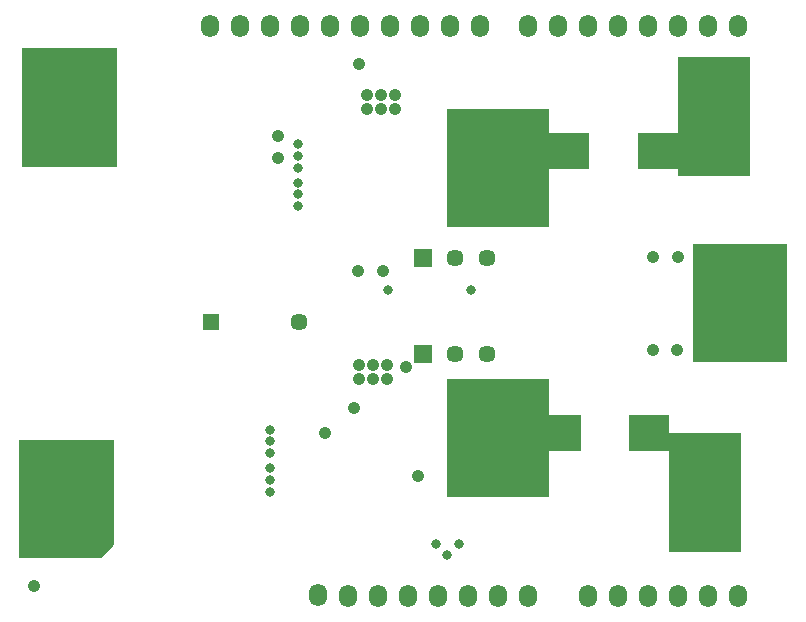
<source format=gbs>
%FSLAX33Y33*%
%MOMM*%
%AMRect-W1450000-H1450000-RO0.500*
21,1,1.45,1.45,0.,0.,270*%
%AMRect-W10000000-H8600001-RO1.500*
21,1,10.,8.600001,0.,0.,90*%
%AMRR-H1905000-W1524000-R762000-RO0.000*
21,1,1.524,0.381,0.,0.,360*
1,1,1.524,0.,0.1905*
1,1,1.524,0.,0.1905*
1,1,1.524,0.,-0.1905*
1,1,1.524,-0.,-0.1905*%
%ADD10C,0.0508*%
%ADD11C,0.8*%
%ADD12C,1.07*%
%ADD13C,0.*%
%ADD14C,1.45*%
%ADD15Rect-W1450000-H1450000-RO0.500*%
%ADD16R,1.45X1.45*%
%ADD17C,1.45*%
%ADD18C,0.7*%
%ADD19Rect-W10000000-H8600001-RO1.500*%
%ADD20RR-H1905000-W1524000-R762000-RO0.000*%
%ADD21R,3.5X3.1*%
D10*
%LNpour fill*%
G01*
X10765Y48931D02*
X10765Y48931D01*
X2816Y48931*
X2816Y38982*
X10765Y38982*
X10765Y48931*
X2816Y39006D02*
X10765Y39006D01*
X2816Y39056D02*
X10765Y39056D01*
X2816Y39105D02*
X10765Y39105D01*
X2816Y39155D02*
X10765Y39155D01*
X2816Y39204D02*
X10765Y39204D01*
X2816Y39254D02*
X10765Y39254D01*
X2816Y39303D02*
X10765Y39303D01*
X2816Y39353D02*
X10765Y39353D01*
X2816Y39402D02*
X10765Y39402D01*
X2816Y39452D02*
X10765Y39452D01*
X2816Y39501D02*
X10765Y39501D01*
X2816Y39551D02*
X10765Y39551D01*
X2816Y39601D02*
X10765Y39601D01*
X2816Y39650D02*
X10765Y39650D01*
X2816Y39700D02*
X10765Y39700D01*
X2816Y39749D02*
X10765Y39749D01*
X2816Y39799D02*
X10765Y39799D01*
X2816Y39848D02*
X10765Y39848D01*
X2816Y39898D02*
X10765Y39898D01*
X2816Y39947D02*
X10765Y39947D01*
X2816Y39997D02*
X10765Y39997D01*
X2816Y40046D02*
X10765Y40046D01*
X2816Y40096D02*
X10765Y40096D01*
X2816Y40145D02*
X10765Y40145D01*
X2816Y40195D02*
X10765Y40195D01*
X2816Y40244D02*
X10765Y40244D01*
X2816Y40294D02*
X10765Y40294D01*
X2816Y40343D02*
X10765Y40343D01*
X2816Y40393D02*
X10765Y40393D01*
X2816Y40443D02*
X10765Y40443D01*
X2816Y40492D02*
X10765Y40492D01*
X2816Y40542D02*
X10765Y40542D01*
X2816Y40591D02*
X10765Y40591D01*
X2816Y40641D02*
X10765Y40641D01*
X2816Y40690D02*
X10765Y40690D01*
X2816Y40740D02*
X10765Y40740D01*
X2816Y40789D02*
X10765Y40789D01*
X2816Y40839D02*
X10765Y40839D01*
X2816Y40888D02*
X10765Y40888D01*
X2816Y40938D02*
X10765Y40938D01*
X2816Y40987D02*
X10765Y40987D01*
X2816Y41037D02*
X10765Y41037D01*
X2816Y41086D02*
X10765Y41086D01*
X2816Y41136D02*
X10765Y41136D01*
X2816Y41185D02*
X10765Y41185D01*
X2816Y41235D02*
X10765Y41235D01*
X2816Y41285D02*
X10765Y41285D01*
X2816Y41334D02*
X10765Y41334D01*
X2816Y41384D02*
X10765Y41384D01*
X2816Y41433D02*
X10765Y41433D01*
X2816Y41483D02*
X10765Y41483D01*
X2816Y41532D02*
X10765Y41532D01*
X2816Y41582D02*
X10765Y41582D01*
X2816Y41631D02*
X10765Y41631D01*
X2816Y41681D02*
X10765Y41681D01*
X2816Y41730D02*
X10765Y41730D01*
X2816Y41780D02*
X10765Y41780D01*
X2816Y41829D02*
X10765Y41829D01*
X2816Y41879D02*
X10765Y41879D01*
X2816Y41928D02*
X10765Y41928D01*
X2816Y41978D02*
X10765Y41978D01*
X2816Y42027D02*
X10765Y42027D01*
X2816Y42077D02*
X10765Y42077D01*
X2816Y42127D02*
X10765Y42127D01*
X2816Y42176D02*
X10765Y42176D01*
X2816Y42226D02*
X10765Y42226D01*
X2816Y42275D02*
X10765Y42275D01*
X2816Y42325D02*
X10765Y42325D01*
X2816Y42374D02*
X10765Y42374D01*
X2816Y42424D02*
X10765Y42424D01*
X2816Y42473D02*
X10765Y42473D01*
X2816Y42523D02*
X10765Y42523D01*
X2816Y42572D02*
X10765Y42572D01*
X2816Y42622D02*
X10765Y42622D01*
X2816Y42671D02*
X10765Y42671D01*
X2816Y42721D02*
X10765Y42721D01*
X2816Y42770D02*
X10765Y42770D01*
X2816Y42820D02*
X10765Y42820D01*
X2816Y42870D02*
X10765Y42870D01*
X2816Y42919D02*
X10765Y42919D01*
X2816Y42969D02*
X10765Y42969D01*
X2816Y43018D02*
X10765Y43018D01*
X2816Y43068D02*
X10765Y43068D01*
X2816Y43117D02*
X10765Y43117D01*
X2816Y43167D02*
X10765Y43167D01*
X2816Y43216D02*
X10765Y43216D01*
X2816Y43266D02*
X10765Y43266D01*
X2816Y43315D02*
X10765Y43315D01*
X2816Y43365D02*
X10765Y43365D01*
X2816Y43414D02*
X10765Y43414D01*
X2816Y43464D02*
X10765Y43464D01*
X2816Y43513D02*
X10765Y43513D01*
X2816Y43563D02*
X10765Y43563D01*
X2816Y43612D02*
X10765Y43612D01*
X2816Y43662D02*
X10765Y43662D01*
X2816Y43712D02*
X10765Y43712D01*
X2816Y43761D02*
X10765Y43761D01*
X2816Y43811D02*
X10765Y43811D01*
X2816Y43860D02*
X10765Y43860D01*
X2816Y43910D02*
X10765Y43910D01*
X2816Y43959D02*
X10765Y43959D01*
X2816Y44009D02*
X10765Y44009D01*
X2816Y44058D02*
X10765Y44058D01*
X2816Y44108D02*
X10765Y44108D01*
X2816Y44157D02*
X10765Y44157D01*
X2816Y44207D02*
X10765Y44207D01*
X2816Y44256D02*
X10765Y44256D01*
X2816Y44306D02*
X10765Y44306D01*
X2816Y44355D02*
X10765Y44355D01*
X2816Y44405D02*
X10765Y44405D01*
X2816Y44454D02*
X10765Y44454D01*
X2816Y44504D02*
X10765Y44504D01*
X2816Y44554D02*
X10765Y44554D01*
X2816Y44603D02*
X10765Y44603D01*
X2816Y44653D02*
X10765Y44653D01*
X2816Y44702D02*
X10765Y44702D01*
X2816Y44752D02*
X10765Y44752D01*
X2816Y44801D02*
X10765Y44801D01*
X2816Y44851D02*
X10765Y44851D01*
X2816Y44900D02*
X10765Y44900D01*
X2816Y44950D02*
X10765Y44950D01*
X2816Y44999D02*
X10765Y44999D01*
X2816Y45049D02*
X10765Y45049D01*
X2816Y45098D02*
X10765Y45098D01*
X2816Y45148D02*
X10765Y45148D01*
X2816Y45197D02*
X10765Y45197D01*
X2816Y45247D02*
X10765Y45247D01*
X2816Y45296D02*
X10765Y45296D01*
X2816Y45346D02*
X10765Y45346D01*
X2816Y45396D02*
X10765Y45396D01*
X2816Y45445D02*
X10765Y45445D01*
X2816Y45495D02*
X10765Y45495D01*
X2816Y45544D02*
X10765Y45544D01*
X2816Y45594D02*
X10765Y45594D01*
X2816Y45643D02*
X10765Y45643D01*
X2816Y45693D02*
X10765Y45693D01*
X2816Y45742D02*
X10765Y45742D01*
X2816Y45792D02*
X10765Y45792D01*
X2816Y45841D02*
X10765Y45841D01*
X2816Y45891D02*
X10765Y45891D01*
X2816Y45940D02*
X10765Y45940D01*
X2816Y45990D02*
X10765Y45990D01*
X2816Y46039D02*
X10765Y46039D01*
X2816Y46089D02*
X10765Y46089D01*
X2816Y46138D02*
X10765Y46138D01*
X2816Y46188D02*
X10765Y46188D01*
X2816Y46238D02*
X10765Y46238D01*
X2816Y46287D02*
X10765Y46287D01*
X2816Y46337D02*
X10765Y46337D01*
X2816Y46386D02*
X10765Y46386D01*
X2816Y46436D02*
X10765Y46436D01*
X2816Y46485D02*
X10765Y46485D01*
X2816Y46535D02*
X10765Y46535D01*
X2816Y46584D02*
X10765Y46584D01*
X2816Y46634D02*
X10765Y46634D01*
X2816Y46683D02*
X10765Y46683D01*
X2816Y46733D02*
X10765Y46733D01*
X2816Y46782D02*
X10765Y46782D01*
X2816Y46832D02*
X10765Y46832D01*
X2816Y46881D02*
X10765Y46881D01*
X2816Y46931D02*
X10765Y46931D01*
X2816Y46980D02*
X10765Y46980D01*
X2816Y47030D02*
X10765Y47030D01*
X2816Y47080D02*
X10765Y47080D01*
X2816Y47129D02*
X10765Y47129D01*
X2816Y47179D02*
X10765Y47179D01*
X2816Y47228D02*
X10765Y47228D01*
X2816Y47278D02*
X10765Y47278D01*
X2816Y47327D02*
X10765Y47327D01*
X2816Y47377D02*
X10765Y47377D01*
X2816Y47426D02*
X10765Y47426D01*
X2816Y47476D02*
X10765Y47476D01*
X2816Y47525D02*
X10765Y47525D01*
X2816Y47575D02*
X10765Y47575D01*
X2816Y47624D02*
X10765Y47624D01*
X2816Y47674D02*
X10765Y47674D01*
X2816Y47723D02*
X10765Y47723D01*
X2816Y47773D02*
X10765Y47773D01*
X2816Y47823D02*
X10765Y47823D01*
X2816Y47872D02*
X10765Y47872D01*
X2816Y47922D02*
X10765Y47922D01*
X2816Y47971D02*
X10765Y47971D01*
X2816Y48021D02*
X10765Y48021D01*
X2816Y48070D02*
X10765Y48070D01*
X2816Y48120D02*
X10765Y48120D01*
X2816Y48169D02*
X10765Y48169D01*
X2816Y48219D02*
X10765Y48219D01*
X2816Y48268D02*
X10765Y48268D01*
X2816Y48318D02*
X10765Y48318D01*
X2816Y48367D02*
X10765Y48367D01*
X2816Y48417D02*
X10765Y48417D01*
X2816Y48466D02*
X10765Y48466D01*
X2816Y48516D02*
X10765Y48516D01*
X2816Y48565D02*
X10765Y48565D01*
X2816Y48615D02*
X10765Y48615D01*
X2816Y48665D02*
X10765Y48665D01*
X2816Y48714D02*
X10765Y48714D01*
X2816Y48764D02*
X10765Y48764D01*
X2816Y48813D02*
X10765Y48813D01*
X2816Y48863D02*
X10765Y48863D01*
X2816Y48912D02*
X10765Y48912D01*
%LNpour fill*%
X63607Y16329D02*
X63607Y16329D01*
X57658Y16329*
X57658Y6379*
X63607Y6379*
X63607Y16329*
X57658Y6403D02*
X63607Y6403D01*
X57658Y6453D02*
X63607Y6453D01*
X57658Y6503D02*
X63607Y6503D01*
X57658Y6552D02*
X63607Y6552D01*
X57658Y6602D02*
X63607Y6602D01*
X57658Y6651D02*
X63607Y6651D01*
X57658Y6701D02*
X63607Y6701D01*
X57658Y6750D02*
X63607Y6750D01*
X57658Y6800D02*
X63607Y6800D01*
X57658Y6849D02*
X63607Y6849D01*
X57658Y6899D02*
X63607Y6899D01*
X57658Y6948D02*
X63607Y6948D01*
X57658Y6998D02*
X63607Y6998D01*
X57658Y7047D02*
X63607Y7047D01*
X57658Y7097D02*
X63607Y7097D01*
X57658Y7146D02*
X63607Y7146D01*
X57658Y7196D02*
X63607Y7196D01*
X57658Y7245D02*
X63607Y7245D01*
X57658Y7295D02*
X63607Y7295D01*
X57658Y7345D02*
X63607Y7345D01*
X57658Y7394D02*
X63607Y7394D01*
X57658Y7444D02*
X63607Y7444D01*
X57658Y7493D02*
X63607Y7493D01*
X57658Y7543D02*
X63607Y7543D01*
X57658Y7592D02*
X63607Y7592D01*
X57658Y7642D02*
X63607Y7642D01*
X57658Y7691D02*
X63607Y7691D01*
X57658Y7741D02*
X63607Y7741D01*
X57658Y7790D02*
X63607Y7790D01*
X57658Y7840D02*
X63607Y7840D01*
X57658Y7889D02*
X63607Y7889D01*
X57658Y7939D02*
X63607Y7939D01*
X57658Y7988D02*
X63607Y7988D01*
X57658Y8038D02*
X63607Y8038D01*
X57658Y8087D02*
X63607Y8087D01*
X57658Y8137D02*
X63607Y8137D01*
X57658Y8187D02*
X63607Y8187D01*
X57658Y8236D02*
X63607Y8236D01*
X57658Y8286D02*
X63607Y8286D01*
X57658Y8335D02*
X63607Y8335D01*
X57658Y8385D02*
X63607Y8385D01*
X57658Y8434D02*
X63607Y8434D01*
X57658Y8484D02*
X63607Y8484D01*
X57658Y8533D02*
X63607Y8533D01*
X57658Y8583D02*
X63607Y8583D01*
X57658Y8632D02*
X63607Y8632D01*
X57658Y8682D02*
X63607Y8682D01*
X57658Y8731D02*
X63607Y8731D01*
X57658Y8781D02*
X63607Y8781D01*
X57658Y8830D02*
X63607Y8830D01*
X57658Y8880D02*
X63607Y8880D01*
X57658Y8929D02*
X63607Y8929D01*
X57658Y8979D02*
X63607Y8979D01*
X57658Y9029D02*
X63607Y9029D01*
X57658Y9078D02*
X63607Y9078D01*
X57658Y9128D02*
X63607Y9128D01*
X57658Y9177D02*
X63607Y9177D01*
X57658Y9227D02*
X63607Y9227D01*
X57658Y9276D02*
X63607Y9276D01*
X57658Y9326D02*
X63607Y9326D01*
X57658Y9375D02*
X63607Y9375D01*
X57658Y9425D02*
X63607Y9425D01*
X57658Y9474D02*
X63607Y9474D01*
X57658Y9524D02*
X63607Y9524D01*
X57658Y9573D02*
X63607Y9573D01*
X57658Y9623D02*
X63607Y9623D01*
X57658Y9672D02*
X63607Y9672D01*
X57658Y9722D02*
X63607Y9722D01*
X57658Y9771D02*
X63607Y9771D01*
X57658Y9821D02*
X63607Y9821D01*
X57658Y9871D02*
X63607Y9871D01*
X57658Y9920D02*
X63607Y9920D01*
X57658Y9970D02*
X63607Y9970D01*
X57658Y10019D02*
X63607Y10019D01*
X57658Y10069D02*
X63607Y10069D01*
X57658Y10118D02*
X63607Y10118D01*
X57658Y10168D02*
X63607Y10168D01*
X57658Y10217D02*
X63607Y10217D01*
X57658Y10267D02*
X63607Y10267D01*
X57658Y10316D02*
X63607Y10316D01*
X57658Y10366D02*
X63607Y10366D01*
X57658Y10415D02*
X63607Y10415D01*
X57658Y10465D02*
X63607Y10465D01*
X57658Y10514D02*
X63607Y10514D01*
X57658Y10564D02*
X63607Y10564D01*
X57658Y10613D02*
X63607Y10613D01*
X57658Y10663D02*
X63607Y10663D01*
X57658Y10713D02*
X63607Y10713D01*
X57658Y10762D02*
X63607Y10762D01*
X57658Y10812D02*
X63607Y10812D01*
X57658Y10861D02*
X63607Y10861D01*
X57658Y10911D02*
X63607Y10911D01*
X57658Y10960D02*
X63607Y10960D01*
X57658Y11010D02*
X63607Y11010D01*
X57658Y11059D02*
X63607Y11059D01*
X57658Y11109D02*
X63607Y11109D01*
X57658Y11158D02*
X63607Y11158D01*
X57658Y11208D02*
X63607Y11208D01*
X57658Y11257D02*
X63607Y11257D01*
X57658Y11307D02*
X63607Y11307D01*
X57658Y11356D02*
X63607Y11356D01*
X57658Y11406D02*
X63607Y11406D01*
X57658Y11456D02*
X63607Y11456D01*
X57658Y11505D02*
X63607Y11505D01*
X57658Y11555D02*
X63607Y11555D01*
X57658Y11604D02*
X63607Y11604D01*
X57658Y11654D02*
X63607Y11654D01*
X57658Y11703D02*
X63607Y11703D01*
X57658Y11753D02*
X63607Y11753D01*
X57658Y11802D02*
X63607Y11802D01*
X57658Y11852D02*
X63607Y11852D01*
X57658Y11901D02*
X63607Y11901D01*
X57658Y11951D02*
X63607Y11951D01*
X57658Y12000D02*
X63607Y12000D01*
X57658Y12050D02*
X63607Y12050D01*
X57658Y12099D02*
X63607Y12099D01*
X57658Y12149D02*
X63607Y12149D01*
X57658Y12198D02*
X63607Y12198D01*
X57658Y12248D02*
X63607Y12248D01*
X57658Y12298D02*
X63607Y12298D01*
X57658Y12347D02*
X63607Y12347D01*
X57658Y12397D02*
X63607Y12397D01*
X57658Y12446D02*
X63607Y12446D01*
X57658Y12496D02*
X63607Y12496D01*
X57658Y12545D02*
X63607Y12545D01*
X57658Y12595D02*
X63607Y12595D01*
X57658Y12644D02*
X63607Y12644D01*
X57658Y12694D02*
X63607Y12694D01*
X57658Y12743D02*
X63607Y12743D01*
X57658Y12793D02*
X63607Y12793D01*
X57658Y12842D02*
X63607Y12842D01*
X57658Y12892D02*
X63607Y12892D01*
X57658Y12941D02*
X63607Y12941D01*
X57658Y12991D02*
X63607Y12991D01*
X57658Y13040D02*
X63607Y13040D01*
X57658Y13090D02*
X63607Y13090D01*
X57658Y13140D02*
X63607Y13140D01*
X57658Y13189D02*
X63607Y13189D01*
X57658Y13239D02*
X63607Y13239D01*
X57658Y13288D02*
X63607Y13288D01*
X57658Y13338D02*
X63607Y13338D01*
X57658Y13387D02*
X63607Y13387D01*
X57658Y13437D02*
X63607Y13437D01*
X57658Y13486D02*
X63607Y13486D01*
X57658Y13536D02*
X63607Y13536D01*
X57658Y13585D02*
X63607Y13585D01*
X57658Y13635D02*
X63607Y13635D01*
X57658Y13684D02*
X63607Y13684D01*
X57658Y13734D02*
X63607Y13734D01*
X57658Y13783D02*
X63607Y13783D01*
X57658Y13833D02*
X63607Y13833D01*
X57658Y13882D02*
X63607Y13882D01*
X57658Y13932D02*
X63607Y13932D01*
X57658Y13982D02*
X63607Y13982D01*
X57658Y14031D02*
X63607Y14031D01*
X57658Y14081D02*
X63607Y14081D01*
X57658Y14130D02*
X63607Y14130D01*
X57658Y14180D02*
X63607Y14180D01*
X57658Y14229D02*
X63607Y14229D01*
X57658Y14279D02*
X63607Y14279D01*
X57658Y14328D02*
X63607Y14328D01*
X57658Y14378D02*
X63607Y14378D01*
X57658Y14427D02*
X63607Y14427D01*
X57658Y14477D02*
X63607Y14477D01*
X57658Y14526D02*
X63607Y14526D01*
X57658Y14576D02*
X63607Y14576D01*
X57658Y14625D02*
X63607Y14625D01*
X57658Y14675D02*
X63607Y14675D01*
X57658Y14724D02*
X63607Y14724D01*
X57658Y14774D02*
X63607Y14774D01*
X57658Y14824D02*
X63607Y14824D01*
X57658Y14873D02*
X63607Y14873D01*
X57658Y14923D02*
X63607Y14923D01*
X57658Y14972D02*
X63607Y14972D01*
X57658Y15022D02*
X63607Y15022D01*
X57658Y15071D02*
X63607Y15071D01*
X57658Y15121D02*
X63607Y15121D01*
X57658Y15170D02*
X63607Y15170D01*
X57658Y15220D02*
X63607Y15220D01*
X57658Y15269D02*
X63607Y15269D01*
X57658Y15319D02*
X63607Y15319D01*
X57658Y15368D02*
X63607Y15368D01*
X57658Y15418D02*
X63607Y15418D01*
X57658Y15467D02*
X63607Y15467D01*
X57658Y15517D02*
X63607Y15517D01*
X57658Y15566D02*
X63607Y15566D01*
X57658Y15616D02*
X63607Y15616D01*
X57658Y15666D02*
X63607Y15666D01*
X57658Y15715D02*
X63607Y15715D01*
X57658Y15765D02*
X63607Y15765D01*
X57658Y15814D02*
X63607Y15814D01*
X57658Y15864D02*
X63607Y15864D01*
X57658Y15913D02*
X63607Y15913D01*
X57658Y15963D02*
X63607Y15963D01*
X57658Y16012D02*
X63607Y16012D01*
X57658Y16062D02*
X63607Y16062D01*
X57658Y16111D02*
X63607Y16111D01*
X57658Y16161D02*
X63607Y16161D01*
X57658Y16210D02*
X63607Y16210D01*
X57658Y16260D02*
X63607Y16260D01*
X57658Y16309D02*
X63607Y16309D01*
%LNpour fill*%
X67569Y32359D02*
X67569Y32359D01*
X59620Y32359*
X59620Y22409*
X67569Y22409*
X67569Y32359*
X59620Y22434D02*
X67569Y22434D01*
X59620Y22483D02*
X67569Y22483D01*
X59620Y22533D02*
X67569Y22533D01*
X59620Y22582D02*
X67569Y22582D01*
X59620Y22632D02*
X67569Y22632D01*
X59620Y22681D02*
X67569Y22681D01*
X59620Y22731D02*
X67569Y22731D01*
X59620Y22780D02*
X67569Y22780D01*
X59620Y22830D02*
X67569Y22830D01*
X59620Y22879D02*
X67569Y22879D01*
X59620Y22929D02*
X67569Y22929D01*
X59620Y22978D02*
X67569Y22978D01*
X59620Y23028D02*
X67569Y23028D01*
X59620Y23077D02*
X67569Y23077D01*
X59620Y23127D02*
X67569Y23127D01*
X59620Y23176D02*
X67569Y23176D01*
X59620Y23226D02*
X67569Y23226D01*
X59620Y23276D02*
X67569Y23276D01*
X59620Y23325D02*
X67569Y23325D01*
X59620Y23375D02*
X67569Y23375D01*
X59620Y23424D02*
X67569Y23424D01*
X59620Y23474D02*
X67569Y23474D01*
X59620Y23523D02*
X67569Y23523D01*
X59620Y23573D02*
X67569Y23573D01*
X59620Y23622D02*
X67569Y23622D01*
X59620Y23672D02*
X67569Y23672D01*
X59620Y23721D02*
X67569Y23721D01*
X59620Y23771D02*
X67569Y23771D01*
X59620Y23820D02*
X67569Y23820D01*
X59620Y23870D02*
X67569Y23870D01*
X59620Y23919D02*
X67569Y23919D01*
X59620Y23969D02*
X67569Y23969D01*
X59620Y24018D02*
X67569Y24018D01*
X59620Y24068D02*
X67569Y24068D01*
X59620Y24118D02*
X67569Y24118D01*
X59620Y24167D02*
X67569Y24167D01*
X59620Y24217D02*
X67569Y24217D01*
X59620Y24266D02*
X67569Y24266D01*
X59620Y24316D02*
X67569Y24316D01*
X59620Y24365D02*
X67569Y24365D01*
X59620Y24415D02*
X67569Y24415D01*
X59620Y24464D02*
X67569Y24464D01*
X59620Y24514D02*
X67569Y24514D01*
X59620Y24563D02*
X67569Y24563D01*
X59620Y24613D02*
X67569Y24613D01*
X59620Y24662D02*
X67569Y24662D01*
X59620Y24712D02*
X67569Y24712D01*
X59620Y24761D02*
X67569Y24761D01*
X59620Y24811D02*
X67569Y24811D01*
X59620Y24861D02*
X67569Y24861D01*
X59620Y24910D02*
X67569Y24910D01*
X59620Y24960D02*
X67569Y24960D01*
X59620Y25009D02*
X67569Y25009D01*
X59620Y25059D02*
X67569Y25059D01*
X59620Y25108D02*
X67569Y25108D01*
X59620Y25158D02*
X67569Y25158D01*
X59620Y25207D02*
X67569Y25207D01*
X59620Y25257D02*
X67569Y25257D01*
X59620Y25306D02*
X67569Y25306D01*
X59620Y25356D02*
X67569Y25356D01*
X59620Y25405D02*
X67569Y25405D01*
X59620Y25455D02*
X67569Y25455D01*
X59620Y25504D02*
X67569Y25504D01*
X59620Y25554D02*
X67569Y25554D01*
X59620Y25603D02*
X67569Y25603D01*
X59620Y25653D02*
X67569Y25653D01*
X59620Y25703D02*
X67569Y25703D01*
X59620Y25752D02*
X67569Y25752D01*
X59620Y25802D02*
X67569Y25802D01*
X59620Y25851D02*
X67569Y25851D01*
X59620Y25901D02*
X67569Y25901D01*
X59620Y25950D02*
X67569Y25950D01*
X59620Y26000D02*
X67569Y26000D01*
X59620Y26049D02*
X67569Y26049D01*
X59620Y26099D02*
X67569Y26099D01*
X59620Y26148D02*
X67569Y26148D01*
X59620Y26198D02*
X67569Y26198D01*
X59620Y26247D02*
X67569Y26247D01*
X59620Y26297D02*
X67569Y26297D01*
X59620Y26346D02*
X67569Y26346D01*
X59620Y26396D02*
X67569Y26396D01*
X59620Y26445D02*
X67569Y26445D01*
X59620Y26495D02*
X67569Y26495D01*
X59620Y26545D02*
X67569Y26545D01*
X59620Y26594D02*
X67569Y26594D01*
X59620Y26644D02*
X67569Y26644D01*
X59620Y26693D02*
X67569Y26693D01*
X59620Y26743D02*
X67569Y26743D01*
X59620Y26792D02*
X67569Y26792D01*
X59620Y26842D02*
X67569Y26842D01*
X59620Y26891D02*
X67569Y26891D01*
X59620Y26941D02*
X67569Y26941D01*
X59620Y26990D02*
X67569Y26990D01*
X59620Y27040D02*
X67569Y27040D01*
X59620Y27089D02*
X67569Y27089D01*
X59620Y27139D02*
X67569Y27139D01*
X59620Y27188D02*
X67569Y27188D01*
X59620Y27238D02*
X67569Y27238D01*
X59620Y27287D02*
X67569Y27287D01*
X59620Y27337D02*
X67569Y27337D01*
X59620Y27387D02*
X67569Y27387D01*
X59620Y27436D02*
X67569Y27436D01*
X59620Y27486D02*
X67569Y27486D01*
X59620Y27535D02*
X67569Y27535D01*
X59620Y27585D02*
X67569Y27585D01*
X59620Y27634D02*
X67569Y27634D01*
X59620Y27684D02*
X67569Y27684D01*
X59620Y27733D02*
X67569Y27733D01*
X59620Y27783D02*
X67569Y27783D01*
X59620Y27832D02*
X67569Y27832D01*
X59620Y27882D02*
X67569Y27882D01*
X59620Y27931D02*
X67569Y27931D01*
X59620Y27981D02*
X67569Y27981D01*
X59620Y28030D02*
X67569Y28030D01*
X59620Y28080D02*
X67569Y28080D01*
X59620Y28129D02*
X67569Y28129D01*
X59620Y28179D02*
X67569Y28179D01*
X59620Y28229D02*
X67569Y28229D01*
X59620Y28278D02*
X67569Y28278D01*
X59620Y28328D02*
X67569Y28328D01*
X59620Y28377D02*
X67569Y28377D01*
X59620Y28427D02*
X67569Y28427D01*
X59620Y28476D02*
X67569Y28476D01*
X59620Y28526D02*
X67569Y28526D01*
X59620Y28575D02*
X67569Y28575D01*
X59620Y28625D02*
X67569Y28625D01*
X59620Y28674D02*
X67569Y28674D01*
X59620Y28724D02*
X67569Y28724D01*
X59620Y28773D02*
X67569Y28773D01*
X59620Y28823D02*
X67569Y28823D01*
X59620Y28872D02*
X67569Y28872D01*
X59620Y28922D02*
X67569Y28922D01*
X59620Y28971D02*
X67569Y28971D01*
X59620Y29021D02*
X67569Y29021D01*
X59620Y29071D02*
X67569Y29071D01*
X59620Y29120D02*
X67569Y29120D01*
X59620Y29170D02*
X67569Y29170D01*
X59620Y29219D02*
X67569Y29219D01*
X59620Y29269D02*
X67569Y29269D01*
X59620Y29318D02*
X67569Y29318D01*
X59620Y29368D02*
X67569Y29368D01*
X59620Y29417D02*
X67569Y29417D01*
X59620Y29467D02*
X67569Y29467D01*
X59620Y29516D02*
X67569Y29516D01*
X59620Y29566D02*
X67569Y29566D01*
X59620Y29615D02*
X67569Y29615D01*
X59620Y29665D02*
X67569Y29665D01*
X59620Y29714D02*
X67569Y29714D01*
X59620Y29764D02*
X67569Y29764D01*
X59620Y29814D02*
X67569Y29814D01*
X59620Y29863D02*
X67569Y29863D01*
X59620Y29913D02*
X67569Y29913D01*
X59620Y29962D02*
X67569Y29962D01*
X59620Y30012D02*
X67569Y30012D01*
X59620Y30061D02*
X67569Y30061D01*
X59620Y30111D02*
X67569Y30111D01*
X59620Y30160D02*
X67569Y30160D01*
X59620Y30210D02*
X67569Y30210D01*
X59620Y30259D02*
X67569Y30259D01*
X59620Y30309D02*
X67569Y30309D01*
X59620Y30358D02*
X67569Y30358D01*
X59620Y30408D02*
X67569Y30408D01*
X59620Y30457D02*
X67569Y30457D01*
X59620Y30507D02*
X67569Y30507D01*
X59620Y30556D02*
X67569Y30556D01*
X59620Y30606D02*
X67569Y30606D01*
X59620Y30656D02*
X67569Y30656D01*
X59620Y30705D02*
X67569Y30705D01*
X59620Y30755D02*
X67569Y30755D01*
X59620Y30804D02*
X67569Y30804D01*
X59620Y30854D02*
X67569Y30854D01*
X59620Y30903D02*
X67569Y30903D01*
X59620Y30953D02*
X67569Y30953D01*
X59620Y31002D02*
X67569Y31002D01*
X59620Y31052D02*
X67569Y31052D01*
X59620Y31101D02*
X67569Y31101D01*
X59620Y31151D02*
X67569Y31151D01*
X59620Y31200D02*
X67569Y31200D01*
X59620Y31250D02*
X67569Y31250D01*
X59620Y31299D02*
X67569Y31299D01*
X59620Y31349D02*
X67569Y31349D01*
X59620Y31398D02*
X67569Y31398D01*
X59620Y31448D02*
X67569Y31448D01*
X59620Y31498D02*
X67569Y31498D01*
X59620Y31547D02*
X67569Y31547D01*
X59620Y31597D02*
X67569Y31597D01*
X59620Y31646D02*
X67569Y31646D01*
X59620Y31696D02*
X67569Y31696D01*
X59620Y31745D02*
X67569Y31745D01*
X59620Y31795D02*
X67569Y31795D01*
X59620Y31844D02*
X67569Y31844D01*
X59620Y31894D02*
X67569Y31894D01*
X59620Y31943D02*
X67569Y31943D01*
X59620Y31993D02*
X67569Y31993D01*
X59620Y32042D02*
X67569Y32042D01*
X59620Y32092D02*
X67569Y32092D01*
X59620Y32141D02*
X67569Y32141D01*
X59620Y32191D02*
X67569Y32191D01*
X59620Y32240D02*
X67569Y32240D01*
X59620Y32290D02*
X67569Y32290D01*
X59620Y32340D02*
X67569Y32340D01*
%LNpour fill*%
X64373Y48165D02*
X64373Y48165D01*
X58424Y48165*
X58424Y38216*
X64373Y38216*
X64373Y48165*
X58424Y38240D02*
X64373Y38240D01*
X58424Y38290D02*
X64373Y38290D01*
X58424Y38339D02*
X64373Y38339D01*
X58424Y38389D02*
X64373Y38389D01*
X58424Y38438D02*
X64373Y38438D01*
X58424Y38488D02*
X64373Y38488D01*
X58424Y38537D02*
X64373Y38537D01*
X58424Y38587D02*
X64373Y38587D01*
X58424Y38636D02*
X64373Y38636D01*
X58424Y38686D02*
X64373Y38686D01*
X58424Y38735D02*
X64373Y38735D01*
X58424Y38785D02*
X64373Y38785D01*
X58424Y38834D02*
X64373Y38834D01*
X58424Y38884D02*
X64373Y38884D01*
X58424Y38933D02*
X64373Y38933D01*
X58424Y38983D02*
X64373Y38983D01*
X58424Y39032D02*
X64373Y39032D01*
X58424Y39082D02*
X64373Y39082D01*
X58424Y39132D02*
X64373Y39132D01*
X58424Y39181D02*
X64373Y39181D01*
X58424Y39231D02*
X64373Y39231D01*
X58424Y39280D02*
X64373Y39280D01*
X58424Y39330D02*
X64373Y39330D01*
X58424Y39379D02*
X64373Y39379D01*
X58424Y39429D02*
X64373Y39429D01*
X58424Y39478D02*
X64373Y39478D01*
X58424Y39528D02*
X64373Y39528D01*
X58424Y39577D02*
X64373Y39577D01*
X58424Y39627D02*
X64373Y39627D01*
X58424Y39676D02*
X64373Y39676D01*
X58424Y39726D02*
X64373Y39726D01*
X58424Y39775D02*
X64373Y39775D01*
X58424Y39825D02*
X64373Y39825D01*
X58424Y39875D02*
X64373Y39875D01*
X58424Y39924D02*
X64373Y39924D01*
X58424Y39974D02*
X64373Y39974D01*
X58424Y40023D02*
X64373Y40023D01*
X58424Y40073D02*
X64373Y40073D01*
X58424Y40122D02*
X64373Y40122D01*
X58424Y40172D02*
X64373Y40172D01*
X58424Y40221D02*
X64373Y40221D01*
X58424Y40271D02*
X64373Y40271D01*
X58424Y40320D02*
X64373Y40320D01*
X58424Y40370D02*
X64373Y40370D01*
X58424Y40419D02*
X64373Y40419D01*
X58424Y40469D02*
X64373Y40469D01*
X58424Y40518D02*
X64373Y40518D01*
X58424Y40568D02*
X64373Y40568D01*
X58424Y40617D02*
X64373Y40617D01*
X58424Y40667D02*
X64373Y40667D01*
X58424Y40717D02*
X64373Y40717D01*
X58424Y40766D02*
X64373Y40766D01*
X58424Y40816D02*
X64373Y40816D01*
X58424Y40865D02*
X64373Y40865D01*
X58424Y40915D02*
X64373Y40915D01*
X58424Y40964D02*
X64373Y40964D01*
X58424Y41014D02*
X64373Y41014D01*
X58424Y41063D02*
X64373Y41063D01*
X58424Y41113D02*
X64373Y41113D01*
X58424Y41162D02*
X64373Y41162D01*
X58424Y41212D02*
X64373Y41212D01*
X58424Y41261D02*
X64373Y41261D01*
X58424Y41311D02*
X64373Y41311D01*
X58424Y41360D02*
X64373Y41360D01*
X58424Y41410D02*
X64373Y41410D01*
X58424Y41459D02*
X64373Y41459D01*
X58424Y41509D02*
X64373Y41509D01*
X58424Y41559D02*
X64373Y41559D01*
X58424Y41608D02*
X64373Y41608D01*
X58424Y41658D02*
X64373Y41658D01*
X58424Y41707D02*
X64373Y41707D01*
X58424Y41757D02*
X64373Y41757D01*
X58424Y41806D02*
X64373Y41806D01*
X58424Y41856D02*
X64373Y41856D01*
X58424Y41905D02*
X64373Y41905D01*
X58424Y41955D02*
X64373Y41955D01*
X58424Y42004D02*
X64373Y42004D01*
X58424Y42054D02*
X64373Y42054D01*
X58424Y42103D02*
X64373Y42103D01*
X58424Y42153D02*
X64373Y42153D01*
X58424Y42202D02*
X64373Y42202D01*
X58424Y42252D02*
X64373Y42252D01*
X58424Y42301D02*
X64373Y42301D01*
X58424Y42351D02*
X64373Y42351D01*
X58424Y42401D02*
X64373Y42401D01*
X58424Y42450D02*
X64373Y42450D01*
X58424Y42500D02*
X64373Y42500D01*
X58424Y42549D02*
X64373Y42549D01*
X58424Y42599D02*
X64373Y42599D01*
X58424Y42648D02*
X64373Y42648D01*
X58424Y42698D02*
X64373Y42698D01*
X58424Y42747D02*
X64373Y42747D01*
X58424Y42797D02*
X64373Y42797D01*
X58424Y42846D02*
X64373Y42846D01*
X58424Y42896D02*
X64373Y42896D01*
X58424Y42945D02*
X64373Y42945D01*
X58424Y42995D02*
X64373Y42995D01*
X58424Y43044D02*
X64373Y43044D01*
X58424Y43094D02*
X64373Y43094D01*
X58424Y43143D02*
X64373Y43143D01*
X58424Y43193D02*
X64373Y43193D01*
X58424Y43243D02*
X64373Y43243D01*
X58424Y43292D02*
X64373Y43292D01*
X58424Y43342D02*
X64373Y43342D01*
X58424Y43391D02*
X64373Y43391D01*
X58424Y43441D02*
X64373Y43441D01*
X58424Y43490D02*
X64373Y43490D01*
X58424Y43540D02*
X64373Y43540D01*
X58424Y43589D02*
X64373Y43589D01*
X58424Y43639D02*
X64373Y43639D01*
X58424Y43688D02*
X64373Y43688D01*
X58424Y43738D02*
X64373Y43738D01*
X58424Y43787D02*
X64373Y43787D01*
X58424Y43837D02*
X64373Y43837D01*
X58424Y43886D02*
X64373Y43886D01*
X58424Y43936D02*
X64373Y43936D01*
X58424Y43985D02*
X64373Y43985D01*
X58424Y44035D02*
X64373Y44035D01*
X58424Y44085D02*
X64373Y44085D01*
X58424Y44134D02*
X64373Y44134D01*
X58424Y44184D02*
X64373Y44184D01*
X58424Y44233D02*
X64373Y44233D01*
X58424Y44283D02*
X64373Y44283D01*
X58424Y44332D02*
X64373Y44332D01*
X58424Y44382D02*
X64373Y44382D01*
X58424Y44431D02*
X64373Y44431D01*
X58424Y44481D02*
X64373Y44481D01*
X58424Y44530D02*
X64373Y44530D01*
X58424Y44580D02*
X64373Y44580D01*
X58424Y44629D02*
X64373Y44629D01*
X58424Y44679D02*
X64373Y44679D01*
X58424Y44728D02*
X64373Y44728D01*
X58424Y44778D02*
X64373Y44778D01*
X58424Y44828D02*
X64373Y44828D01*
X58424Y44877D02*
X64373Y44877D01*
X58424Y44927D02*
X64373Y44927D01*
X58424Y44976D02*
X64373Y44976D01*
X58424Y45026D02*
X64373Y45026D01*
X58424Y45075D02*
X64373Y45075D01*
X58424Y45125D02*
X64373Y45125D01*
X58424Y45174D02*
X64373Y45174D01*
X58424Y45224D02*
X64373Y45224D01*
X58424Y45273D02*
X64373Y45273D01*
X58424Y45323D02*
X64373Y45323D01*
X58424Y45372D02*
X64373Y45372D01*
X58424Y45422D02*
X64373Y45422D01*
X58424Y45471D02*
X64373Y45471D01*
X58424Y45521D02*
X64373Y45521D01*
X58424Y45570D02*
X64373Y45570D01*
X58424Y45620D02*
X64373Y45620D01*
X58424Y45670D02*
X64373Y45670D01*
X58424Y45719D02*
X64373Y45719D01*
X58424Y45769D02*
X64373Y45769D01*
X58424Y45818D02*
X64373Y45818D01*
X58424Y45868D02*
X64373Y45868D01*
X58424Y45917D02*
X64373Y45917D01*
X58424Y45967D02*
X64373Y45967D01*
X58424Y46016D02*
X64373Y46016D01*
X58424Y46066D02*
X64373Y46066D01*
X58424Y46115D02*
X64373Y46115D01*
X58424Y46165D02*
X64373Y46165D01*
X58424Y46214D02*
X64373Y46214D01*
X58424Y46264D02*
X64373Y46264D01*
X58424Y46313D02*
X64373Y46313D01*
X58424Y46363D02*
X64373Y46363D01*
X58424Y46412D02*
X64373Y46412D01*
X58424Y46462D02*
X64373Y46462D01*
X58424Y46512D02*
X64373Y46512D01*
X58424Y46561D02*
X64373Y46561D01*
X58424Y46611D02*
X64373Y46611D01*
X58424Y46660D02*
X64373Y46660D01*
X58424Y46710D02*
X64373Y46710D01*
X58424Y46759D02*
X64373Y46759D01*
X58424Y46809D02*
X64373Y46809D01*
X58424Y46858D02*
X64373Y46858D01*
X58424Y46908D02*
X64373Y46908D01*
X58424Y46957D02*
X64373Y46957D01*
X58424Y47007D02*
X64373Y47007D01*
X58424Y47056D02*
X64373Y47056D01*
X58424Y47106D02*
X64373Y47106D01*
X58424Y47155D02*
X64373Y47155D01*
X58424Y47205D02*
X64373Y47205D01*
X58424Y47254D02*
X64373Y47254D01*
X58424Y47304D02*
X64373Y47304D01*
X58424Y47354D02*
X64373Y47354D01*
X58424Y47403D02*
X64373Y47403D01*
X58424Y47453D02*
X64373Y47453D01*
X58424Y47502D02*
X64373Y47502D01*
X58424Y47552D02*
X64373Y47552D01*
X58424Y47601D02*
X64373Y47601D01*
X58424Y47651D02*
X64373Y47651D01*
X58424Y47700D02*
X64373Y47700D01*
X58424Y47750D02*
X64373Y47750D01*
X58424Y47799D02*
X64373Y47799D01*
X58424Y47849D02*
X64373Y47849D01*
X58424Y47898D02*
X64373Y47898D01*
X58424Y47948D02*
X64373Y47948D01*
X58424Y47997D02*
X64373Y47997D01*
X58424Y48047D02*
X64373Y48047D01*
X58424Y48096D02*
X64373Y48096D01*
X58424Y48146D02*
X64373Y48146D01*
%LNpour fill*%
X10579Y6924D02*
X10579Y6924D01*
X10579Y15784*
X2630Y15784*
X2630Y5834*
X9489Y5834*
X10579Y6924*
X2630Y5858D02*
X9514Y5858D01*
X2630Y5908D02*
X9563Y5908D01*
X2630Y5958D02*
X9613Y5958D01*
X2630Y6007D02*
X9662Y6007D01*
X2630Y6057D02*
X9712Y6057D01*
X2630Y6106D02*
X9761Y6106D01*
X2630Y6156D02*
X9811Y6156D01*
X2630Y6205D02*
X9860Y6205D01*
X2630Y6255D02*
X9910Y6255D01*
X2630Y6304D02*
X9959Y6304D01*
X2630Y6354D02*
X10009Y6354D01*
X2630Y6403D02*
X10058Y6403D01*
X2630Y6453D02*
X10108Y6453D01*
X2630Y6502D02*
X10157Y6502D01*
X2630Y6552D02*
X10207Y6552D01*
X2630Y6601D02*
X10257Y6601D01*
X2630Y6651D02*
X10306Y6651D01*
X2630Y6700D02*
X10356Y6700D01*
X2630Y6750D02*
X10405Y6750D01*
X2630Y6800D02*
X10455Y6800D01*
X2630Y6849D02*
X10504Y6849D01*
X2630Y6899D02*
X10554Y6899D01*
X2630Y6948D02*
X10579Y6948D01*
X2630Y6998D02*
X10579Y6998D01*
X2630Y7047D02*
X10579Y7047D01*
X2630Y7097D02*
X10579Y7097D01*
X2630Y7146D02*
X10579Y7146D01*
X2630Y7196D02*
X10579Y7196D01*
X2630Y7245D02*
X10579Y7245D01*
X2630Y7295D02*
X10579Y7295D01*
X2630Y7344D02*
X10579Y7344D01*
X2630Y7394D02*
X10579Y7394D01*
X2630Y7443D02*
X10579Y7443D01*
X2630Y7493D02*
X10579Y7493D01*
X2630Y7543D02*
X10579Y7543D01*
X2630Y7592D02*
X10579Y7592D01*
X2630Y7642D02*
X10579Y7642D01*
X2630Y7691D02*
X10579Y7691D01*
X2630Y7741D02*
X10579Y7741D01*
X2630Y7790D02*
X10579Y7790D01*
X2630Y7840D02*
X10579Y7840D01*
X2630Y7889D02*
X10579Y7889D01*
X2630Y7939D02*
X10579Y7939D01*
X2630Y7988D02*
X10579Y7988D01*
X2630Y8038D02*
X10579Y8038D01*
X2630Y8087D02*
X10579Y8087D01*
X2630Y8137D02*
X10579Y8137D01*
X2630Y8186D02*
X10579Y8186D01*
X2630Y8236D02*
X10579Y8236D01*
X2630Y8285D02*
X10579Y8285D01*
X2630Y8335D02*
X10579Y8335D01*
X2630Y8385D02*
X10579Y8385D01*
X2630Y8434D02*
X10579Y8434D01*
X2630Y8484D02*
X10579Y8484D01*
X2630Y8533D02*
X10579Y8533D01*
X2630Y8583D02*
X10579Y8583D01*
X2630Y8632D02*
X10579Y8632D01*
X2630Y8682D02*
X10579Y8682D01*
X2630Y8731D02*
X10579Y8731D01*
X2630Y8781D02*
X10579Y8781D01*
X2630Y8830D02*
X10579Y8830D01*
X2630Y8880D02*
X10579Y8880D01*
X2630Y8929D02*
X10579Y8929D01*
X2630Y8979D02*
X10579Y8979D01*
X2630Y9028D02*
X10579Y9028D01*
X2630Y9078D02*
X10579Y9078D01*
X2630Y9127D02*
X10579Y9127D01*
X2630Y9177D02*
X10579Y9177D01*
X2630Y9227D02*
X10579Y9227D01*
X2630Y9276D02*
X10579Y9276D01*
X2630Y9326D02*
X10579Y9326D01*
X2630Y9375D02*
X10579Y9375D01*
X2630Y9425D02*
X10579Y9425D01*
X2630Y9474D02*
X10579Y9474D01*
X2630Y9524D02*
X10579Y9524D01*
X2630Y9573D02*
X10579Y9573D01*
X2630Y9623D02*
X10579Y9623D01*
X2630Y9672D02*
X10579Y9672D01*
X2630Y9722D02*
X10579Y9722D01*
X2630Y9771D02*
X10579Y9771D01*
X2630Y9821D02*
X10579Y9821D01*
X2630Y9870D02*
X10579Y9870D01*
X2630Y9920D02*
X10579Y9920D01*
X2630Y9969D02*
X10579Y9969D01*
X2630Y10019D02*
X10579Y10019D01*
X2630Y10069D02*
X10579Y10069D01*
X2630Y10118D02*
X10579Y10118D01*
X2630Y10168D02*
X10579Y10168D01*
X2630Y10217D02*
X10579Y10217D01*
X2630Y10267D02*
X10579Y10267D01*
X2630Y10316D02*
X10579Y10316D01*
X2630Y10366D02*
X10579Y10366D01*
X2630Y10415D02*
X10579Y10415D01*
X2630Y10465D02*
X10579Y10465D01*
X2630Y10514D02*
X10579Y10514D01*
X2630Y10564D02*
X10579Y10564D01*
X2630Y10613D02*
X10579Y10613D01*
X2630Y10663D02*
X10579Y10663D01*
X2630Y10712D02*
X10579Y10712D01*
X2630Y10762D02*
X10579Y10762D01*
X2630Y10811D02*
X10579Y10811D01*
X2630Y10861D02*
X10579Y10861D01*
X2630Y10911D02*
X10579Y10911D01*
X2630Y10960D02*
X10579Y10960D01*
X2630Y11010D02*
X10579Y11010D01*
X2630Y11059D02*
X10579Y11059D01*
X2630Y11109D02*
X10579Y11109D01*
X2630Y11158D02*
X10579Y11158D01*
X2630Y11208D02*
X10579Y11208D01*
X2630Y11257D02*
X10579Y11257D01*
X2630Y11307D02*
X10579Y11307D01*
X2630Y11356D02*
X10579Y11356D01*
X2630Y11406D02*
X10579Y11406D01*
X2630Y11455D02*
X10579Y11455D01*
X2630Y11505D02*
X10579Y11505D01*
X2630Y11554D02*
X10579Y11554D01*
X2630Y11604D02*
X10579Y11604D01*
X2630Y11653D02*
X10579Y11653D01*
X2630Y11703D02*
X10579Y11703D01*
X2630Y11753D02*
X10579Y11753D01*
X2630Y11802D02*
X10579Y11802D01*
X2630Y11852D02*
X10579Y11852D01*
X2630Y11901D02*
X10579Y11901D01*
X2630Y11951D02*
X10579Y11951D01*
X2630Y12000D02*
X10579Y12000D01*
X2630Y12050D02*
X10579Y12050D01*
X2630Y12099D02*
X10579Y12099D01*
X2630Y12149D02*
X10579Y12149D01*
X2630Y12198D02*
X10579Y12198D01*
X2630Y12248D02*
X10579Y12248D01*
X2630Y12297D02*
X10579Y12297D01*
X2630Y12347D02*
X10579Y12347D01*
X2630Y12396D02*
X10579Y12396D01*
X2630Y12446D02*
X10579Y12446D01*
X2630Y12496D02*
X10579Y12496D01*
X2630Y12545D02*
X10579Y12545D01*
X2630Y12595D02*
X10579Y12595D01*
X2630Y12644D02*
X10579Y12644D01*
X2630Y12694D02*
X10579Y12694D01*
X2630Y12743D02*
X10579Y12743D01*
X2630Y12793D02*
X10579Y12793D01*
X2630Y12842D02*
X10579Y12842D01*
X2630Y12892D02*
X10579Y12892D01*
X2630Y12941D02*
X10579Y12941D01*
X2630Y12991D02*
X10579Y12991D01*
X2630Y13040D02*
X10579Y13040D01*
X2630Y13090D02*
X10579Y13090D01*
X2630Y13139D02*
X10579Y13139D01*
X2630Y13189D02*
X10579Y13189D01*
X2630Y13238D02*
X10579Y13238D01*
X2630Y13288D02*
X10579Y13288D01*
X2630Y13338D02*
X10579Y13338D01*
X2630Y13387D02*
X10579Y13387D01*
X2630Y13437D02*
X10579Y13437D01*
X2630Y13486D02*
X10579Y13486D01*
X2630Y13536D02*
X10579Y13536D01*
X2630Y13585D02*
X10579Y13585D01*
X2630Y13635D02*
X10579Y13635D01*
X2630Y13684D02*
X10579Y13684D01*
X2630Y13734D02*
X10579Y13734D01*
X2630Y13783D02*
X10579Y13783D01*
X2630Y13833D02*
X10579Y13833D01*
X2630Y13882D02*
X10579Y13882D01*
X2630Y13932D02*
X10579Y13932D01*
X2630Y13981D02*
X10579Y13981D01*
X2630Y14031D02*
X10579Y14031D01*
X2630Y14080D02*
X10579Y14080D01*
X2630Y14130D02*
X10579Y14130D01*
X2630Y14180D02*
X10579Y14180D01*
X2630Y14229D02*
X10579Y14229D01*
X2630Y14279D02*
X10579Y14279D01*
X2630Y14328D02*
X10579Y14328D01*
X2630Y14378D02*
X10579Y14378D01*
X2630Y14427D02*
X10579Y14427D01*
X2630Y14477D02*
X10579Y14477D01*
X2630Y14526D02*
X10579Y14526D01*
X2630Y14576D02*
X10579Y14576D01*
X2630Y14625D02*
X10579Y14625D01*
X2630Y14675D02*
X10579Y14675D01*
X2630Y14724D02*
X10579Y14724D01*
X2630Y14774D02*
X10579Y14774D01*
X2630Y14823D02*
X10579Y14823D01*
X2630Y14873D02*
X10579Y14873D01*
X2630Y14922D02*
X10579Y14922D01*
X2630Y14972D02*
X10579Y14972D01*
X2630Y15022D02*
X10579Y15022D01*
X2630Y15071D02*
X10579Y15071D01*
X2630Y15121D02*
X10579Y15121D01*
X2630Y15170D02*
X10579Y15170D01*
X2630Y15220D02*
X10579Y15220D01*
X2630Y15269D02*
X10579Y15269D01*
X2630Y15319D02*
X10579Y15319D01*
X2630Y15368D02*
X10579Y15368D01*
X2630Y15418D02*
X10579Y15418D01*
X2630Y15467D02*
X10579Y15467D01*
X2630Y15517D02*
X10579Y15517D01*
X2630Y15566D02*
X10579Y15566D01*
X2630Y15616D02*
X10579Y15616D01*
X2630Y15665D02*
X10579Y15665D01*
X2630Y15715D02*
X10579Y15715D01*
X2630Y15764D02*
X10579Y15764D01*
%LNbottom solder mask_traces*%
D11*
X58650Y7350D03*
X26175Y38812D03*
X9461Y45573D03*
X7475Y8025D03*
X62687Y28999D03*
X60887Y31199D03*
X60400Y44175D03*
X63400Y45175D03*
X58650Y13350D03*
X64487Y28999D03*
X3875Y12425D03*
X7661Y47773D03*
X9461Y43373D03*
X62650Y11350D03*
X66287Y24599D03*
X63587Y27899D03*
X60650Y13350D03*
X61400Y45175D03*
X4775Y11325D03*
D12*
X32556Y22125D03*
D11*
X59650Y10350D03*
X61787Y25699D03*
X7475Y12425D03*
X4775Y9125D03*
X5861Y43373D03*
D12*
X30990Y18490D03*
D13*
X66070Y7625D03*
D11*
X5675Y12425D03*
D12*
X36360Y12714D03*
D11*
X23850Y16619D03*
X64487Y24599D03*
D12*
X56225Y23350D03*
X32050Y44951D03*
X28525Y16352D03*
X33756Y20925D03*
D11*
X65387Y25699D03*
X62687Y26799D03*
X6575Y11325D03*
X59400Y47175D03*
X4961Y46673D03*
X62400Y44175D03*
X60650Y7350D03*
X64487Y31199D03*
X62650Y13350D03*
X59650Y12350D03*
X7661Y41173D03*
X60400Y42175D03*
X6761Y40073D03*
D12*
X32050Y43751D03*
X33388Y30091D03*
D11*
X60650Y11350D03*
X60887Y26799D03*
X37929Y6950D03*
D13*
X13975Y2550D03*
D12*
X33756Y22125D03*
D11*
X63587Y23499D03*
X8561Y44473D03*
X60650Y15350D03*
X60887Y24599D03*
D12*
X35350Y21926D03*
X58325Y23350D03*
D11*
X3875Y10225D03*
X66287Y28999D03*
X59650Y8350D03*
X33800Y28475D03*
X23850Y11349D03*
X8375Y13525D03*
D12*
X31356Y22125D03*
D11*
X61650Y10350D03*
X6575Y13525D03*
X59400Y43175D03*
X8561Y46673D03*
X60400Y46175D03*
X65387Y23499D03*
X66287Y26799D03*
X9461Y47773D03*
X62400Y46175D03*
X64487Y26799D03*
D13*
X15275Y50800D03*
D12*
X56250Y31275D03*
D11*
X6575Y6925D03*
D12*
X34450Y43751D03*
D11*
X26175Y37542D03*
X6761Y44473D03*
X6761Y42273D03*
X61400Y43175D03*
D12*
X34450Y44951D03*
D11*
X4061Y47773D03*
X59400Y39175D03*
X4961Y44473D03*
D13*
X66070Y35550D03*
D11*
X61400Y39175D03*
X3875Y8025D03*
X61787Y30099D03*
D12*
X3900Y3350D03*
D11*
X65387Y30099D03*
X66287Y31199D03*
X5675Y8025D03*
X5861Y47773D03*
D12*
X33250Y44951D03*
D11*
X62650Y9350D03*
X59650Y14350D03*
X60400Y40175D03*
D12*
X31408Y47575D03*
X58350Y31275D03*
D11*
X7661Y43373D03*
D12*
X31288Y30091D03*
D11*
X4061Y45573D03*
X4775Y13525D03*
X4961Y42273D03*
X4061Y43373D03*
D12*
X31356Y20925D03*
D11*
X8375Y11325D03*
X8561Y42273D03*
X61650Y12350D03*
X6575Y9125D03*
X5675Y10225D03*
X7661Y45573D03*
D12*
X24475Y39646D03*
D11*
X63400Y41175D03*
X23850Y14619D03*
X9275Y14625D03*
X65387Y27899D03*
X9275Y8025D03*
X9275Y10225D03*
X26175Y40812D03*
X63587Y25699D03*
X9461Y41173D03*
X38865Y6010D03*
X59400Y41175D03*
X59400Y45175D03*
X63400Y43175D03*
X6761Y46673D03*
X23850Y12349D03*
X58650Y15350D03*
X62687Y31199D03*
X8375Y9125D03*
X8561Y40073D03*
X63400Y39175D03*
X26175Y35542D03*
X62400Y42175D03*
X62650Y7350D03*
X8375Y6925D03*
X3875Y14625D03*
X4961Y40073D03*
X4061Y41173D03*
X61650Y14350D03*
X63400Y47175D03*
D12*
X33250Y43751D03*
X32556Y20925D03*
D11*
X58650Y11350D03*
X62650Y15350D03*
X62400Y40175D03*
X9275Y12425D03*
X5861Y45573D03*
X23850Y13349D03*
X23850Y15619D03*
X7475Y10225D03*
X58650Y9350D03*
X5861Y41173D03*
X61400Y47175D03*
X63587Y30099D03*
X61650Y8350D03*
X61400Y41175D03*
X61787Y27899D03*
X39878Y6950D03*
X4775Y6925D03*
D12*
X24475Y41446D03*
D11*
X62687Y24599D03*
X7475Y14625D03*
X60650Y9350D03*
X60887Y28999D03*
X40825Y28475D03*
X5675Y14625D03*
X61787Y23499D03*
X26175Y39812D03*
X26175Y36542D03*
%LNbottom solder mask component c87bc061f1744b52*%
D14*
X42186Y31163D03*
X39496Y31163D03*
D15*
X36806Y31163D03*
%LNbottom solder mask component 3eb2963af9ff2030*%
D16*
X18825Y25725D03*
D17*
X26325Y25725D03*
%LNbottom solder mask component 8bb0fe85e55078e9*%
D18*
X39700Y20325D03*
X41700Y20325D03*
X43700Y20325D03*
X45700Y20325D03*
X40700Y19075D03*
X42700Y19075D03*
X44700Y19075D03*
X44700Y16575D03*
X45700Y17825D03*
X43700Y17825D03*
X42700Y16575D03*
X40700Y16575D03*
X39700Y17825D03*
X41700Y17825D03*
X44700Y14075D03*
X45700Y15325D03*
X43700Y15325D03*
X42700Y14075D03*
X40700Y14075D03*
X39700Y15325D03*
X41700Y15325D03*
X44700Y11575D03*
X45700Y12825D03*
X43700Y12825D03*
X42700Y11575D03*
X40700Y11575D03*
X39700Y12825D03*
X41700Y12825D03*
D19*
X43125Y15950D03*
%LNbottom solder mask component d734a5d7e1a48692*%
D20*
X53340Y2540D03*
X36576Y50800D03*
X60960Y2540D03*
X58420Y2540D03*
X45720Y50800D03*
X30480Y2540D03*
X43180Y2540D03*
X31496Y50800D03*
X58420Y50800D03*
X39116Y50800D03*
X41656Y50800D03*
X38100Y2540D03*
X63500Y50800D03*
X48260Y50800D03*
X26416Y50800D03*
X18796Y50800D03*
X53340Y50800D03*
X55880Y50800D03*
X34036Y50800D03*
X45720Y2540D03*
X40640Y2540D03*
X23876Y50800D03*
X27900Y2600D03*
X35560Y2540D03*
X55880Y2540D03*
X63500Y2540D03*
X50800Y50800D03*
X50800Y2540D03*
X33020Y2540D03*
X60960Y50800D03*
X28956Y50800D03*
X21336Y50800D03*
%LNbottom solder mask component 43c215aac44ae54e*%
D14*
X42186Y23012D03*
X39496Y23012D03*
D15*
X36806Y23012D03*
%LNbottom solder mask component 3ce2933df4b04c48*%
D18*
X39700Y43126D03*
X41700Y43126D03*
X43700Y43126D03*
X45700Y43126D03*
X40700Y41876D03*
X42700Y41876D03*
X44700Y41876D03*
X44700Y39376D03*
X45700Y40626D03*
X43700Y40626D03*
X42700Y39376D03*
X40700Y39376D03*
X39700Y40626D03*
X41700Y40626D03*
X44700Y36876D03*
X45700Y38126D03*
X43700Y38126D03*
X42700Y36876D03*
X40700Y36876D03*
X39700Y38126D03*
X41700Y38126D03*
X44700Y34376D03*
X45700Y35626D03*
X43700Y35626D03*
X42700Y34376D03*
X40700Y34376D03*
X39700Y35626D03*
X41700Y35626D03*
D19*
X43125Y38751D03*
%LNbottom solder mask component fab8c58c7bc5192a*%
D21*
X48460Y16350D03*
X55960Y16350D03*
D11*
X47210Y17400D03*
X48448Y17400D03*
X49685Y17400D03*
X47210Y15306D03*
X49685Y15306D03*
X48448Y15306D03*
X49067Y16350D03*
X47829Y16350D03*
X54723Y17400D03*
X55960Y17400D03*
X57198Y17400D03*
X56579Y16350D03*
X55342Y16350D03*
X57198Y15306D03*
X54723Y15306D03*
X55960Y15306D03*
%LNbottom solder mask component 346f0da3333319ea*%
D21*
X49175Y40175D03*
X56675Y40175D03*
D11*
X47925Y41225D03*
X49163Y41225D03*
X50400Y41225D03*
X47925Y39131D03*
X50400Y39131D03*
X49163Y39131D03*
X49781Y40175D03*
X48544Y40175D03*
X55438Y41225D03*
X56675Y41225D03*
X57913Y41225D03*
X57294Y40175D03*
X56056Y40175D03*
X57913Y39131D03*
X55438Y39131D03*
X56675Y39131D03*
M02*
</source>
